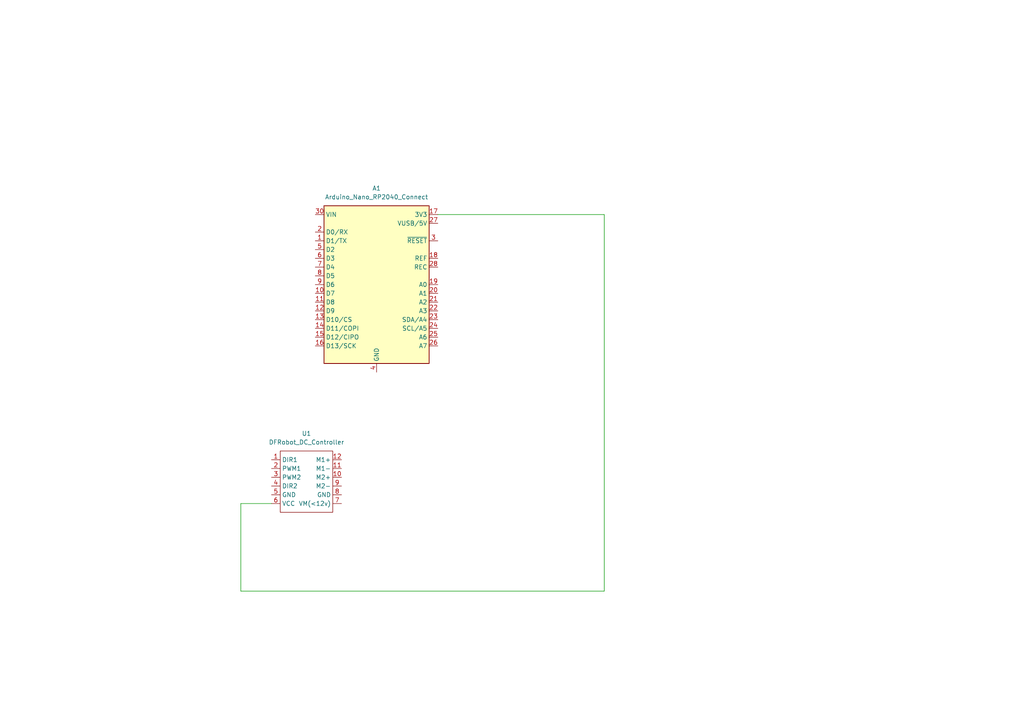
<source format=kicad_sch>
(kicad_sch (version 20231120) (generator "eeschema") (generator_version "8.0")
  (paper "A4")
  (title_block (rev "${version}"))
  (lib_symbols
    (symbol "MCU_Module:Arduino_Nano_RP2040_Connect"
      (property "Reference" "A" (at -14.986 23.622 0))
      (property "Value" "Arduino_Nano_RP2040_Connect" (at 3.81 -25.654 0))
      (symbol "Arduino_Nano_RP2040_Connect_0_1"
        (rectangle (start -15.24 22.86) (end 15.24 -22.86) (stroke (width 0.254)) (fill (type background)))
      )
      (symbol "Arduino_Nano_RP2040_Connect_1_1"
        (pin bidirectional line (at -17.78 12.7 0) (length 2.54) (name "D1/TX") (number "1"))
        (pin bidirectional line (at -17.78 -2.54 0) (length 2.54) (name "D7") (number "10"))
        (pin bidirectional line (at -17.78 -5.08 0) (length 2.54) (name "D8") (number "11"))
        (pin bidirectional line (at -17.78 -7.62 0) (length 2.54) (name "D9") (number "12"))
        (pin bidirectional line (at -17.78 -10.16 0) (length 2.54) (name "D10/CS") (number "13"))
        (pin bidirectional line (at -17.78 -12.7 0) (length 2.54) (name "D11/COPI") (number "14"))
        (pin bidirectional line (at -17.78 -15.24 0) (length 2.54) (name "D12/CIPO") (number "15"))
        (pin bidirectional line (at -17.78 -17.78 0) (length 2.54) (name "D13/SCK") (number "16"))
        (pin power_out line (at 17.78 20.32 180) (length 2.54) (name "3V3") (number "17"))
        (pin passive line (at 17.78 7.62 180) (length 2.54) (name "REF") (number "18"))
        (pin bidirectional line (at 17.78 0 180) (length 2.54) (name "A0") (number "19"))
        (pin bidirectional line (at -17.78 15.24 0) (length 2.54) (name "D0/RX") (number "2"))
        (pin bidirectional line (at 17.78 -2.54 180) (length 2.54) (name "A1") (number "20"))
        (pin bidirectional line (at 17.78 -5.08 180) (length 2.54) (name "A2") (number "21"))
        (pin bidirectional line (at 17.78 -7.62 180) (length 2.54) (name "A3") (number "22"))
        (pin bidirectional line (at 17.78 -10.16 180) (length 2.54) (name "SDA/A4") (number "23"))
        (pin bidirectional line (at 17.78 -12.7 180) (length 2.54) (name "SCL/A5") (number "24"))
        (pin bidirectional line (at 17.78 -15.24 180) (length 2.54) (name "A6") (number "25"))
        (pin bidirectional line (at 17.78 -17.78 180) (length 2.54) (name "A7") (number "26"))
        (pin power_out line (at 17.78 17.78 180) (length 2.54) (name "VUSB/5V") (number "27"))
        (pin input line (at 17.78 5.08 180) (length 2.54) (name "REC") (number "28"))
        (pin passive line (at 0 -25.4 90) (length 2.54) hide (name "GND") (number "29"))
        (pin input line (at 17.78 12.7 180) (length 2.54) (name "~{RESET}") (number "3"))
        (pin power_in line (at -17.78 20.32 0) (length 2.54) (name "VIN") (number "30"))
        (pin power_in line (at 0 -25.4 90) (length 2.54) (name "GND") (number "4"))
        (pin bidirectional line (at -17.78 10.16 0) (length 2.54) (name "D2") (number "5"))
        (pin bidirectional line (at -17.78 7.62 0) (length 2.54) (name "D3") (number "6"))
        (pin bidirectional line (at -17.78 5.08 0) (length 2.54) (name "D4") (number "7"))
        (pin bidirectional line (at -17.78 2.54 0) (length 2.54) (name "D5") (number "8"))
        (pin bidirectional line (at -17.78 0 0) (length 2.54) (name "D6") (number "9"))
      )
    )
    (symbol "PB_Library:DFRobot_DC_Motor_Controller"
      (property "Reference" "U" (at -1.778 4.826 0))
      (property "Value" "DFRobot_DC_Controller" (at 6.858 6.858 0))
      (symbol "DFRobot_DC_Motor_Controller_0_1"
        (rectangle (start -1.27 -13.97) (end 13.97 3.81))
      )
      (symbol "DFRobot_DC_Motor_Controller_1_1"
        (pin input line (at -3.81 1.27 0) (length 2.54) (name "DIR1") (number "1"))
        (pin input line (at 16.51 -3.81 180) (length 2.54) (name "M2+") (number "10"))
        (pin input line (at 16.51 -1.27 180) (length 2.54) (name "M1-") (number "11"))
        (pin input line (at 16.51 1.27 180) (length 2.54) (name "M1+") (number "12"))
        (pin input line (at -3.81 -1.27 0) (length 2.54) (name "PWM1") (number "2"))
        (pin input line (at -3.81 -3.81 0) (length 2.54) (name "PWM2") (number "3"))
        (pin input line (at -3.81 -6.35 0) (length 2.54) (name "DIR2") (number "4"))
        (pin power_out line (at -3.81 -8.89 0) (length 2.54) (name "GND") (number "5"))
        (pin power_in line (at -3.81 -11.43 0) (length 2.54) (name "VCC") (number "6"))
        (pin power_in line (at 16.51 -11.43 180) (length 2.54) (name "VM(<12v)") (number "7"))
        (pin power_out line (at 16.51 -8.89 180) (length 2.54) (name "GND") (number "8"))
        (pin input line (at 16.51 -6.35 180) (length 2.54) (name "M2-") (number "9"))
      )
    )
  )
  (wire (pts (xy 69.85 171.45) (xy 69.85 146.05)))
  (wire (pts (xy 175.26 62.23) (xy 175.26 171.45)))
  (wire (pts (xy 175.26 171.45) (xy 69.85 171.45)))
  (wire (pts (xy 127 62.23) (xy 175.26 62.23)))
  (wire (pts (xy 69.85 146.05) (xy 78.74 146.05)))
  (symbol (lib_id "MCU_Module:Arduino_Nano_RP2040_Connect") (at 109.22 82.55 0) (unit 1)
    (property "Reference" "A1" (at 109.22 54.61 0))
    (property "Value" "Arduino_Nano_RP2040_Connect" (at 109.22 57.15 0))
    (property "Footprint" "Module:Arduino_Nano" (effects (hide yes)))
    (property "Datasheet" "https://docs.arduino.cc/resources/datasheets/ABX00053-datasheet.pdf" (effects (hide yes)))
    (property "Description" "Arduino Nano board based on the RP2040 microcontroller with a dual-core 133 MHz ARM Cortex-M0+ processor, 264 kB SRAM, and up to 16 MB flash memory. Operates at 3.3V, with 5V Micro USB input and 4-20V VIN. Features Wi-Fi®, Bluetooth® LE, digital and analog pins, and supports SPI, I2C, UART, and PIO. Includes a 6-axis IMU, RGB LED, microphone, and cryptographic chip for secure communication." (effects (hide yes)))
  )
  (symbol (lib_id "PB_Library:DFRobot_DC_Motor_Controller") (at 82.55 134.62 0) (unit 1)
    (property "Reference" "U1" (at 88.9 125.73 0))
    (property "Value" "DFRobot_DC_Controller" (at 88.9 128.27 0))
    (property "Footprint" "PBFootPrintLibrary:DFRobot_DC_Controller" (effects (hide yes)))
    (property "Datasheet" "https://mm.digikey.com/Volume0/opasdata/d220001/medias/docus/884/DRI0044_Web.pdf" (effects (hide yes)))
  )
)
</source>
